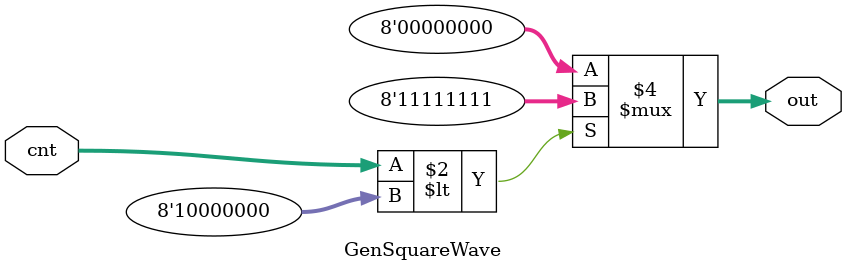
<source format=v>
module GenSquareWave #(parameter [7:0] HALF = 8'd128, 
                                       FULL = 8'd255, 
                                       ZERO = 8'd0)
                      (cnt, out);

    input [7:0] cnt;
    output reg [7:0] out;

    always @(cnt) begin
        if (cnt < HALF) out = FULL;
        else out = ZERO;
    end
    
endmodule

</source>
